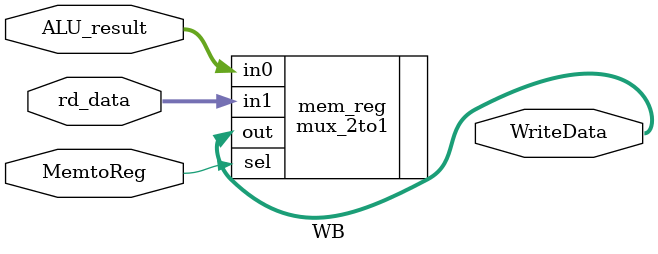
<source format=v>
`timescale 1ns / 1ps


module WB(rd_data, ALU_result, MemtoReg, WriteData);

input [63:0] rd_data;
input [63:0] ALU_result;
input MemtoReg;

output [63:0] WriteData;
    
//---------------------- MUX ----------------------
mux_2to1 mem_reg (.sel(MemtoReg), .in0(ALU_result), .in1(rd_data), .out(WriteData));    


endmodule

</source>
